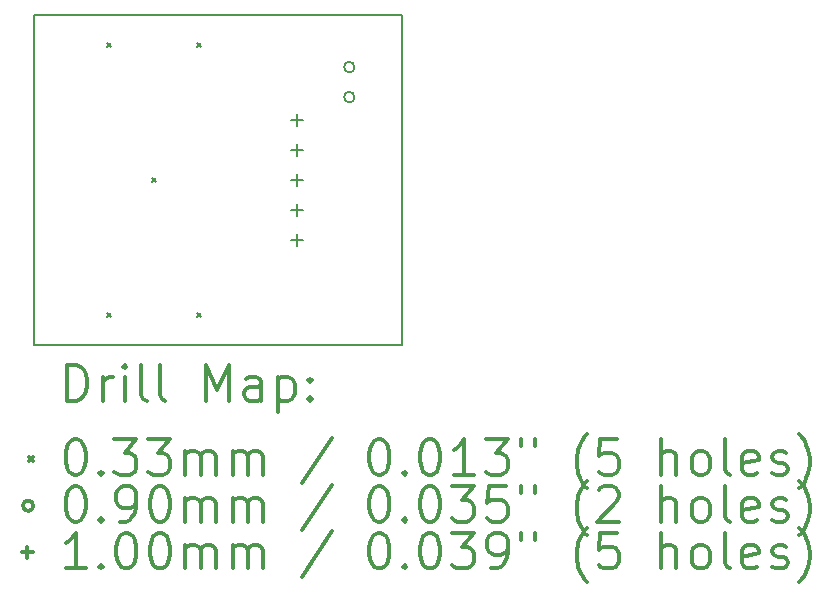
<source format=gbr>
%FSLAX45Y45*%
G04 Gerber Fmt 4.5, Leading zero omitted, Abs format (unit mm)*
G04 Created by KiCad (PCBNEW (5.1.5)-3) date 2019-12-28 19:55:43*
%MOMM*%
%LPD*%
G04 APERTURE LIST*
%TA.AperFunction,Profile*%
%ADD10C,0.150000*%
%TD*%
%ADD11C,0.200000*%
%ADD12C,0.300000*%
G04 APERTURE END LIST*
D10*
X17208500Y-7683500D02*
X14097000Y-7683500D01*
X17208500Y-10477500D02*
X17208500Y-7683500D01*
X14097000Y-10477500D02*
X17208500Y-10477500D01*
X14097000Y-7683500D02*
X14097000Y-10477500D01*
D11*
X14715490Y-7920990D02*
X14748510Y-7954010D01*
X14748510Y-7920990D02*
X14715490Y-7954010D01*
X14715490Y-10206990D02*
X14748510Y-10240010D01*
X14748510Y-10206990D02*
X14715490Y-10240010D01*
X15096490Y-9063990D02*
X15129510Y-9097010D01*
X15129510Y-9063990D02*
X15096490Y-9097010D01*
X15477490Y-7920990D02*
X15510510Y-7954010D01*
X15510510Y-7920990D02*
X15477490Y-7954010D01*
X15477490Y-10206990D02*
X15510510Y-10240010D01*
X15510510Y-10206990D02*
X15477490Y-10240010D01*
X16809000Y-8128000D02*
G75*
G03X16809000Y-8128000I-45000J0D01*
G01*
X16809000Y-8382000D02*
G75*
G03X16809000Y-8382000I-45000J0D01*
G01*
X16319500Y-8522500D02*
X16319500Y-8622500D01*
X16269500Y-8572500D02*
X16369500Y-8572500D01*
X16319500Y-8776500D02*
X16319500Y-8876500D01*
X16269500Y-8826500D02*
X16369500Y-8826500D01*
X16319500Y-9030500D02*
X16319500Y-9130500D01*
X16269500Y-9080500D02*
X16369500Y-9080500D01*
X16319500Y-9284500D02*
X16319500Y-9384500D01*
X16269500Y-9334500D02*
X16369500Y-9334500D01*
X16319500Y-9538500D02*
X16319500Y-9638500D01*
X16269500Y-9588500D02*
X16369500Y-9588500D01*
D12*
X14375928Y-10950714D02*
X14375928Y-10650714D01*
X14447357Y-10650714D01*
X14490214Y-10665000D01*
X14518786Y-10693572D01*
X14533071Y-10722143D01*
X14547357Y-10779286D01*
X14547357Y-10822143D01*
X14533071Y-10879286D01*
X14518786Y-10907857D01*
X14490214Y-10936429D01*
X14447357Y-10950714D01*
X14375928Y-10950714D01*
X14675928Y-10950714D02*
X14675928Y-10750714D01*
X14675928Y-10807857D02*
X14690214Y-10779286D01*
X14704500Y-10765000D01*
X14733071Y-10750714D01*
X14761643Y-10750714D01*
X14861643Y-10950714D02*
X14861643Y-10750714D01*
X14861643Y-10650714D02*
X14847357Y-10665000D01*
X14861643Y-10679286D01*
X14875928Y-10665000D01*
X14861643Y-10650714D01*
X14861643Y-10679286D01*
X15047357Y-10950714D02*
X15018786Y-10936429D01*
X15004500Y-10907857D01*
X15004500Y-10650714D01*
X15204500Y-10950714D02*
X15175928Y-10936429D01*
X15161643Y-10907857D01*
X15161643Y-10650714D01*
X15547357Y-10950714D02*
X15547357Y-10650714D01*
X15647357Y-10865000D01*
X15747357Y-10650714D01*
X15747357Y-10950714D01*
X16018786Y-10950714D02*
X16018786Y-10793572D01*
X16004500Y-10765000D01*
X15975928Y-10750714D01*
X15918786Y-10750714D01*
X15890214Y-10765000D01*
X16018786Y-10936429D02*
X15990214Y-10950714D01*
X15918786Y-10950714D01*
X15890214Y-10936429D01*
X15875928Y-10907857D01*
X15875928Y-10879286D01*
X15890214Y-10850714D01*
X15918786Y-10836429D01*
X15990214Y-10836429D01*
X16018786Y-10822143D01*
X16161643Y-10750714D02*
X16161643Y-11050714D01*
X16161643Y-10765000D02*
X16190214Y-10750714D01*
X16247357Y-10750714D01*
X16275928Y-10765000D01*
X16290214Y-10779286D01*
X16304500Y-10807857D01*
X16304500Y-10893572D01*
X16290214Y-10922143D01*
X16275928Y-10936429D01*
X16247357Y-10950714D01*
X16190214Y-10950714D01*
X16161643Y-10936429D01*
X16433071Y-10922143D02*
X16447357Y-10936429D01*
X16433071Y-10950714D01*
X16418786Y-10936429D01*
X16433071Y-10922143D01*
X16433071Y-10950714D01*
X16433071Y-10765000D02*
X16447357Y-10779286D01*
X16433071Y-10793572D01*
X16418786Y-10779286D01*
X16433071Y-10765000D01*
X16433071Y-10793572D01*
X14056480Y-11428490D02*
X14089500Y-11461510D01*
X14089500Y-11428490D02*
X14056480Y-11461510D01*
X14433071Y-11280714D02*
X14461643Y-11280714D01*
X14490214Y-11295000D01*
X14504500Y-11309286D01*
X14518786Y-11337857D01*
X14533071Y-11395000D01*
X14533071Y-11466429D01*
X14518786Y-11523571D01*
X14504500Y-11552143D01*
X14490214Y-11566429D01*
X14461643Y-11580714D01*
X14433071Y-11580714D01*
X14404500Y-11566429D01*
X14390214Y-11552143D01*
X14375928Y-11523571D01*
X14361643Y-11466429D01*
X14361643Y-11395000D01*
X14375928Y-11337857D01*
X14390214Y-11309286D01*
X14404500Y-11295000D01*
X14433071Y-11280714D01*
X14661643Y-11552143D02*
X14675928Y-11566429D01*
X14661643Y-11580714D01*
X14647357Y-11566429D01*
X14661643Y-11552143D01*
X14661643Y-11580714D01*
X14775928Y-11280714D02*
X14961643Y-11280714D01*
X14861643Y-11395000D01*
X14904500Y-11395000D01*
X14933071Y-11409286D01*
X14947357Y-11423571D01*
X14961643Y-11452143D01*
X14961643Y-11523571D01*
X14947357Y-11552143D01*
X14933071Y-11566429D01*
X14904500Y-11580714D01*
X14818786Y-11580714D01*
X14790214Y-11566429D01*
X14775928Y-11552143D01*
X15061643Y-11280714D02*
X15247357Y-11280714D01*
X15147357Y-11395000D01*
X15190214Y-11395000D01*
X15218786Y-11409286D01*
X15233071Y-11423571D01*
X15247357Y-11452143D01*
X15247357Y-11523571D01*
X15233071Y-11552143D01*
X15218786Y-11566429D01*
X15190214Y-11580714D01*
X15104500Y-11580714D01*
X15075928Y-11566429D01*
X15061643Y-11552143D01*
X15375928Y-11580714D02*
X15375928Y-11380714D01*
X15375928Y-11409286D02*
X15390214Y-11395000D01*
X15418786Y-11380714D01*
X15461643Y-11380714D01*
X15490214Y-11395000D01*
X15504500Y-11423571D01*
X15504500Y-11580714D01*
X15504500Y-11423571D02*
X15518786Y-11395000D01*
X15547357Y-11380714D01*
X15590214Y-11380714D01*
X15618786Y-11395000D01*
X15633071Y-11423571D01*
X15633071Y-11580714D01*
X15775928Y-11580714D02*
X15775928Y-11380714D01*
X15775928Y-11409286D02*
X15790214Y-11395000D01*
X15818786Y-11380714D01*
X15861643Y-11380714D01*
X15890214Y-11395000D01*
X15904500Y-11423571D01*
X15904500Y-11580714D01*
X15904500Y-11423571D02*
X15918786Y-11395000D01*
X15947357Y-11380714D01*
X15990214Y-11380714D01*
X16018786Y-11395000D01*
X16033071Y-11423571D01*
X16033071Y-11580714D01*
X16618786Y-11266429D02*
X16361643Y-11652143D01*
X17004500Y-11280714D02*
X17033071Y-11280714D01*
X17061643Y-11295000D01*
X17075928Y-11309286D01*
X17090214Y-11337857D01*
X17104500Y-11395000D01*
X17104500Y-11466429D01*
X17090214Y-11523571D01*
X17075928Y-11552143D01*
X17061643Y-11566429D01*
X17033071Y-11580714D01*
X17004500Y-11580714D01*
X16975928Y-11566429D01*
X16961643Y-11552143D01*
X16947357Y-11523571D01*
X16933071Y-11466429D01*
X16933071Y-11395000D01*
X16947357Y-11337857D01*
X16961643Y-11309286D01*
X16975928Y-11295000D01*
X17004500Y-11280714D01*
X17233071Y-11552143D02*
X17247357Y-11566429D01*
X17233071Y-11580714D01*
X17218786Y-11566429D01*
X17233071Y-11552143D01*
X17233071Y-11580714D01*
X17433071Y-11280714D02*
X17461643Y-11280714D01*
X17490214Y-11295000D01*
X17504500Y-11309286D01*
X17518786Y-11337857D01*
X17533071Y-11395000D01*
X17533071Y-11466429D01*
X17518786Y-11523571D01*
X17504500Y-11552143D01*
X17490214Y-11566429D01*
X17461643Y-11580714D01*
X17433071Y-11580714D01*
X17404500Y-11566429D01*
X17390214Y-11552143D01*
X17375928Y-11523571D01*
X17361643Y-11466429D01*
X17361643Y-11395000D01*
X17375928Y-11337857D01*
X17390214Y-11309286D01*
X17404500Y-11295000D01*
X17433071Y-11280714D01*
X17818786Y-11580714D02*
X17647357Y-11580714D01*
X17733071Y-11580714D02*
X17733071Y-11280714D01*
X17704500Y-11323571D01*
X17675928Y-11352143D01*
X17647357Y-11366429D01*
X17918786Y-11280714D02*
X18104500Y-11280714D01*
X18004500Y-11395000D01*
X18047357Y-11395000D01*
X18075928Y-11409286D01*
X18090214Y-11423571D01*
X18104500Y-11452143D01*
X18104500Y-11523571D01*
X18090214Y-11552143D01*
X18075928Y-11566429D01*
X18047357Y-11580714D01*
X17961643Y-11580714D01*
X17933071Y-11566429D01*
X17918786Y-11552143D01*
X18218786Y-11280714D02*
X18218786Y-11337857D01*
X18333071Y-11280714D02*
X18333071Y-11337857D01*
X18775928Y-11695000D02*
X18761643Y-11680714D01*
X18733071Y-11637857D01*
X18718786Y-11609286D01*
X18704500Y-11566429D01*
X18690214Y-11495000D01*
X18690214Y-11437857D01*
X18704500Y-11366429D01*
X18718786Y-11323571D01*
X18733071Y-11295000D01*
X18761643Y-11252143D01*
X18775928Y-11237857D01*
X19033071Y-11280714D02*
X18890214Y-11280714D01*
X18875928Y-11423571D01*
X18890214Y-11409286D01*
X18918786Y-11395000D01*
X18990214Y-11395000D01*
X19018786Y-11409286D01*
X19033071Y-11423571D01*
X19047357Y-11452143D01*
X19047357Y-11523571D01*
X19033071Y-11552143D01*
X19018786Y-11566429D01*
X18990214Y-11580714D01*
X18918786Y-11580714D01*
X18890214Y-11566429D01*
X18875928Y-11552143D01*
X19404500Y-11580714D02*
X19404500Y-11280714D01*
X19533071Y-11580714D02*
X19533071Y-11423571D01*
X19518786Y-11395000D01*
X19490214Y-11380714D01*
X19447357Y-11380714D01*
X19418786Y-11395000D01*
X19404500Y-11409286D01*
X19718786Y-11580714D02*
X19690214Y-11566429D01*
X19675928Y-11552143D01*
X19661643Y-11523571D01*
X19661643Y-11437857D01*
X19675928Y-11409286D01*
X19690214Y-11395000D01*
X19718786Y-11380714D01*
X19761643Y-11380714D01*
X19790214Y-11395000D01*
X19804500Y-11409286D01*
X19818786Y-11437857D01*
X19818786Y-11523571D01*
X19804500Y-11552143D01*
X19790214Y-11566429D01*
X19761643Y-11580714D01*
X19718786Y-11580714D01*
X19990214Y-11580714D02*
X19961643Y-11566429D01*
X19947357Y-11537857D01*
X19947357Y-11280714D01*
X20218786Y-11566429D02*
X20190214Y-11580714D01*
X20133071Y-11580714D01*
X20104500Y-11566429D01*
X20090214Y-11537857D01*
X20090214Y-11423571D01*
X20104500Y-11395000D01*
X20133071Y-11380714D01*
X20190214Y-11380714D01*
X20218786Y-11395000D01*
X20233071Y-11423571D01*
X20233071Y-11452143D01*
X20090214Y-11480714D01*
X20347357Y-11566429D02*
X20375928Y-11580714D01*
X20433071Y-11580714D01*
X20461643Y-11566429D01*
X20475928Y-11537857D01*
X20475928Y-11523571D01*
X20461643Y-11495000D01*
X20433071Y-11480714D01*
X20390214Y-11480714D01*
X20361643Y-11466429D01*
X20347357Y-11437857D01*
X20347357Y-11423571D01*
X20361643Y-11395000D01*
X20390214Y-11380714D01*
X20433071Y-11380714D01*
X20461643Y-11395000D01*
X20575928Y-11695000D02*
X20590214Y-11680714D01*
X20618786Y-11637857D01*
X20633071Y-11609286D01*
X20647357Y-11566429D01*
X20661643Y-11495000D01*
X20661643Y-11437857D01*
X20647357Y-11366429D01*
X20633071Y-11323571D01*
X20618786Y-11295000D01*
X20590214Y-11252143D01*
X20575928Y-11237857D01*
X14089500Y-11841000D02*
G75*
G03X14089500Y-11841000I-45000J0D01*
G01*
X14433071Y-11676714D02*
X14461643Y-11676714D01*
X14490214Y-11691000D01*
X14504500Y-11705286D01*
X14518786Y-11733857D01*
X14533071Y-11791000D01*
X14533071Y-11862429D01*
X14518786Y-11919571D01*
X14504500Y-11948143D01*
X14490214Y-11962429D01*
X14461643Y-11976714D01*
X14433071Y-11976714D01*
X14404500Y-11962429D01*
X14390214Y-11948143D01*
X14375928Y-11919571D01*
X14361643Y-11862429D01*
X14361643Y-11791000D01*
X14375928Y-11733857D01*
X14390214Y-11705286D01*
X14404500Y-11691000D01*
X14433071Y-11676714D01*
X14661643Y-11948143D02*
X14675928Y-11962429D01*
X14661643Y-11976714D01*
X14647357Y-11962429D01*
X14661643Y-11948143D01*
X14661643Y-11976714D01*
X14818786Y-11976714D02*
X14875928Y-11976714D01*
X14904500Y-11962429D01*
X14918786Y-11948143D01*
X14947357Y-11905286D01*
X14961643Y-11848143D01*
X14961643Y-11733857D01*
X14947357Y-11705286D01*
X14933071Y-11691000D01*
X14904500Y-11676714D01*
X14847357Y-11676714D01*
X14818786Y-11691000D01*
X14804500Y-11705286D01*
X14790214Y-11733857D01*
X14790214Y-11805286D01*
X14804500Y-11833857D01*
X14818786Y-11848143D01*
X14847357Y-11862429D01*
X14904500Y-11862429D01*
X14933071Y-11848143D01*
X14947357Y-11833857D01*
X14961643Y-11805286D01*
X15147357Y-11676714D02*
X15175928Y-11676714D01*
X15204500Y-11691000D01*
X15218786Y-11705286D01*
X15233071Y-11733857D01*
X15247357Y-11791000D01*
X15247357Y-11862429D01*
X15233071Y-11919571D01*
X15218786Y-11948143D01*
X15204500Y-11962429D01*
X15175928Y-11976714D01*
X15147357Y-11976714D01*
X15118786Y-11962429D01*
X15104500Y-11948143D01*
X15090214Y-11919571D01*
X15075928Y-11862429D01*
X15075928Y-11791000D01*
X15090214Y-11733857D01*
X15104500Y-11705286D01*
X15118786Y-11691000D01*
X15147357Y-11676714D01*
X15375928Y-11976714D02*
X15375928Y-11776714D01*
X15375928Y-11805286D02*
X15390214Y-11791000D01*
X15418786Y-11776714D01*
X15461643Y-11776714D01*
X15490214Y-11791000D01*
X15504500Y-11819571D01*
X15504500Y-11976714D01*
X15504500Y-11819571D02*
X15518786Y-11791000D01*
X15547357Y-11776714D01*
X15590214Y-11776714D01*
X15618786Y-11791000D01*
X15633071Y-11819571D01*
X15633071Y-11976714D01*
X15775928Y-11976714D02*
X15775928Y-11776714D01*
X15775928Y-11805286D02*
X15790214Y-11791000D01*
X15818786Y-11776714D01*
X15861643Y-11776714D01*
X15890214Y-11791000D01*
X15904500Y-11819571D01*
X15904500Y-11976714D01*
X15904500Y-11819571D02*
X15918786Y-11791000D01*
X15947357Y-11776714D01*
X15990214Y-11776714D01*
X16018786Y-11791000D01*
X16033071Y-11819571D01*
X16033071Y-11976714D01*
X16618786Y-11662429D02*
X16361643Y-12048143D01*
X17004500Y-11676714D02*
X17033071Y-11676714D01*
X17061643Y-11691000D01*
X17075928Y-11705286D01*
X17090214Y-11733857D01*
X17104500Y-11791000D01*
X17104500Y-11862429D01*
X17090214Y-11919571D01*
X17075928Y-11948143D01*
X17061643Y-11962429D01*
X17033071Y-11976714D01*
X17004500Y-11976714D01*
X16975928Y-11962429D01*
X16961643Y-11948143D01*
X16947357Y-11919571D01*
X16933071Y-11862429D01*
X16933071Y-11791000D01*
X16947357Y-11733857D01*
X16961643Y-11705286D01*
X16975928Y-11691000D01*
X17004500Y-11676714D01*
X17233071Y-11948143D02*
X17247357Y-11962429D01*
X17233071Y-11976714D01*
X17218786Y-11962429D01*
X17233071Y-11948143D01*
X17233071Y-11976714D01*
X17433071Y-11676714D02*
X17461643Y-11676714D01*
X17490214Y-11691000D01*
X17504500Y-11705286D01*
X17518786Y-11733857D01*
X17533071Y-11791000D01*
X17533071Y-11862429D01*
X17518786Y-11919571D01*
X17504500Y-11948143D01*
X17490214Y-11962429D01*
X17461643Y-11976714D01*
X17433071Y-11976714D01*
X17404500Y-11962429D01*
X17390214Y-11948143D01*
X17375928Y-11919571D01*
X17361643Y-11862429D01*
X17361643Y-11791000D01*
X17375928Y-11733857D01*
X17390214Y-11705286D01*
X17404500Y-11691000D01*
X17433071Y-11676714D01*
X17633071Y-11676714D02*
X17818786Y-11676714D01*
X17718786Y-11791000D01*
X17761643Y-11791000D01*
X17790214Y-11805286D01*
X17804500Y-11819571D01*
X17818786Y-11848143D01*
X17818786Y-11919571D01*
X17804500Y-11948143D01*
X17790214Y-11962429D01*
X17761643Y-11976714D01*
X17675928Y-11976714D01*
X17647357Y-11962429D01*
X17633071Y-11948143D01*
X18090214Y-11676714D02*
X17947357Y-11676714D01*
X17933071Y-11819571D01*
X17947357Y-11805286D01*
X17975928Y-11791000D01*
X18047357Y-11791000D01*
X18075928Y-11805286D01*
X18090214Y-11819571D01*
X18104500Y-11848143D01*
X18104500Y-11919571D01*
X18090214Y-11948143D01*
X18075928Y-11962429D01*
X18047357Y-11976714D01*
X17975928Y-11976714D01*
X17947357Y-11962429D01*
X17933071Y-11948143D01*
X18218786Y-11676714D02*
X18218786Y-11733857D01*
X18333071Y-11676714D02*
X18333071Y-11733857D01*
X18775928Y-12091000D02*
X18761643Y-12076714D01*
X18733071Y-12033857D01*
X18718786Y-12005286D01*
X18704500Y-11962429D01*
X18690214Y-11891000D01*
X18690214Y-11833857D01*
X18704500Y-11762429D01*
X18718786Y-11719571D01*
X18733071Y-11691000D01*
X18761643Y-11648143D01*
X18775928Y-11633857D01*
X18875928Y-11705286D02*
X18890214Y-11691000D01*
X18918786Y-11676714D01*
X18990214Y-11676714D01*
X19018786Y-11691000D01*
X19033071Y-11705286D01*
X19047357Y-11733857D01*
X19047357Y-11762429D01*
X19033071Y-11805286D01*
X18861643Y-11976714D01*
X19047357Y-11976714D01*
X19404500Y-11976714D02*
X19404500Y-11676714D01*
X19533071Y-11976714D02*
X19533071Y-11819571D01*
X19518786Y-11791000D01*
X19490214Y-11776714D01*
X19447357Y-11776714D01*
X19418786Y-11791000D01*
X19404500Y-11805286D01*
X19718786Y-11976714D02*
X19690214Y-11962429D01*
X19675928Y-11948143D01*
X19661643Y-11919571D01*
X19661643Y-11833857D01*
X19675928Y-11805286D01*
X19690214Y-11791000D01*
X19718786Y-11776714D01*
X19761643Y-11776714D01*
X19790214Y-11791000D01*
X19804500Y-11805286D01*
X19818786Y-11833857D01*
X19818786Y-11919571D01*
X19804500Y-11948143D01*
X19790214Y-11962429D01*
X19761643Y-11976714D01*
X19718786Y-11976714D01*
X19990214Y-11976714D02*
X19961643Y-11962429D01*
X19947357Y-11933857D01*
X19947357Y-11676714D01*
X20218786Y-11962429D02*
X20190214Y-11976714D01*
X20133071Y-11976714D01*
X20104500Y-11962429D01*
X20090214Y-11933857D01*
X20090214Y-11819571D01*
X20104500Y-11791000D01*
X20133071Y-11776714D01*
X20190214Y-11776714D01*
X20218786Y-11791000D01*
X20233071Y-11819571D01*
X20233071Y-11848143D01*
X20090214Y-11876714D01*
X20347357Y-11962429D02*
X20375928Y-11976714D01*
X20433071Y-11976714D01*
X20461643Y-11962429D01*
X20475928Y-11933857D01*
X20475928Y-11919571D01*
X20461643Y-11891000D01*
X20433071Y-11876714D01*
X20390214Y-11876714D01*
X20361643Y-11862429D01*
X20347357Y-11833857D01*
X20347357Y-11819571D01*
X20361643Y-11791000D01*
X20390214Y-11776714D01*
X20433071Y-11776714D01*
X20461643Y-11791000D01*
X20575928Y-12091000D02*
X20590214Y-12076714D01*
X20618786Y-12033857D01*
X20633071Y-12005286D01*
X20647357Y-11962429D01*
X20661643Y-11891000D01*
X20661643Y-11833857D01*
X20647357Y-11762429D01*
X20633071Y-11719571D01*
X20618786Y-11691000D01*
X20590214Y-11648143D01*
X20575928Y-11633857D01*
X14039500Y-12187000D02*
X14039500Y-12287000D01*
X13989500Y-12237000D02*
X14089500Y-12237000D01*
X14533071Y-12372714D02*
X14361643Y-12372714D01*
X14447357Y-12372714D02*
X14447357Y-12072714D01*
X14418786Y-12115571D01*
X14390214Y-12144143D01*
X14361643Y-12158429D01*
X14661643Y-12344143D02*
X14675928Y-12358429D01*
X14661643Y-12372714D01*
X14647357Y-12358429D01*
X14661643Y-12344143D01*
X14661643Y-12372714D01*
X14861643Y-12072714D02*
X14890214Y-12072714D01*
X14918786Y-12087000D01*
X14933071Y-12101286D01*
X14947357Y-12129857D01*
X14961643Y-12187000D01*
X14961643Y-12258429D01*
X14947357Y-12315571D01*
X14933071Y-12344143D01*
X14918786Y-12358429D01*
X14890214Y-12372714D01*
X14861643Y-12372714D01*
X14833071Y-12358429D01*
X14818786Y-12344143D01*
X14804500Y-12315571D01*
X14790214Y-12258429D01*
X14790214Y-12187000D01*
X14804500Y-12129857D01*
X14818786Y-12101286D01*
X14833071Y-12087000D01*
X14861643Y-12072714D01*
X15147357Y-12072714D02*
X15175928Y-12072714D01*
X15204500Y-12087000D01*
X15218786Y-12101286D01*
X15233071Y-12129857D01*
X15247357Y-12187000D01*
X15247357Y-12258429D01*
X15233071Y-12315571D01*
X15218786Y-12344143D01*
X15204500Y-12358429D01*
X15175928Y-12372714D01*
X15147357Y-12372714D01*
X15118786Y-12358429D01*
X15104500Y-12344143D01*
X15090214Y-12315571D01*
X15075928Y-12258429D01*
X15075928Y-12187000D01*
X15090214Y-12129857D01*
X15104500Y-12101286D01*
X15118786Y-12087000D01*
X15147357Y-12072714D01*
X15375928Y-12372714D02*
X15375928Y-12172714D01*
X15375928Y-12201286D02*
X15390214Y-12187000D01*
X15418786Y-12172714D01*
X15461643Y-12172714D01*
X15490214Y-12187000D01*
X15504500Y-12215571D01*
X15504500Y-12372714D01*
X15504500Y-12215571D02*
X15518786Y-12187000D01*
X15547357Y-12172714D01*
X15590214Y-12172714D01*
X15618786Y-12187000D01*
X15633071Y-12215571D01*
X15633071Y-12372714D01*
X15775928Y-12372714D02*
X15775928Y-12172714D01*
X15775928Y-12201286D02*
X15790214Y-12187000D01*
X15818786Y-12172714D01*
X15861643Y-12172714D01*
X15890214Y-12187000D01*
X15904500Y-12215571D01*
X15904500Y-12372714D01*
X15904500Y-12215571D02*
X15918786Y-12187000D01*
X15947357Y-12172714D01*
X15990214Y-12172714D01*
X16018786Y-12187000D01*
X16033071Y-12215571D01*
X16033071Y-12372714D01*
X16618786Y-12058429D02*
X16361643Y-12444143D01*
X17004500Y-12072714D02*
X17033071Y-12072714D01*
X17061643Y-12087000D01*
X17075928Y-12101286D01*
X17090214Y-12129857D01*
X17104500Y-12187000D01*
X17104500Y-12258429D01*
X17090214Y-12315571D01*
X17075928Y-12344143D01*
X17061643Y-12358429D01*
X17033071Y-12372714D01*
X17004500Y-12372714D01*
X16975928Y-12358429D01*
X16961643Y-12344143D01*
X16947357Y-12315571D01*
X16933071Y-12258429D01*
X16933071Y-12187000D01*
X16947357Y-12129857D01*
X16961643Y-12101286D01*
X16975928Y-12087000D01*
X17004500Y-12072714D01*
X17233071Y-12344143D02*
X17247357Y-12358429D01*
X17233071Y-12372714D01*
X17218786Y-12358429D01*
X17233071Y-12344143D01*
X17233071Y-12372714D01*
X17433071Y-12072714D02*
X17461643Y-12072714D01*
X17490214Y-12087000D01*
X17504500Y-12101286D01*
X17518786Y-12129857D01*
X17533071Y-12187000D01*
X17533071Y-12258429D01*
X17518786Y-12315571D01*
X17504500Y-12344143D01*
X17490214Y-12358429D01*
X17461643Y-12372714D01*
X17433071Y-12372714D01*
X17404500Y-12358429D01*
X17390214Y-12344143D01*
X17375928Y-12315571D01*
X17361643Y-12258429D01*
X17361643Y-12187000D01*
X17375928Y-12129857D01*
X17390214Y-12101286D01*
X17404500Y-12087000D01*
X17433071Y-12072714D01*
X17633071Y-12072714D02*
X17818786Y-12072714D01*
X17718786Y-12187000D01*
X17761643Y-12187000D01*
X17790214Y-12201286D01*
X17804500Y-12215571D01*
X17818786Y-12244143D01*
X17818786Y-12315571D01*
X17804500Y-12344143D01*
X17790214Y-12358429D01*
X17761643Y-12372714D01*
X17675928Y-12372714D01*
X17647357Y-12358429D01*
X17633071Y-12344143D01*
X17961643Y-12372714D02*
X18018786Y-12372714D01*
X18047357Y-12358429D01*
X18061643Y-12344143D01*
X18090214Y-12301286D01*
X18104500Y-12244143D01*
X18104500Y-12129857D01*
X18090214Y-12101286D01*
X18075928Y-12087000D01*
X18047357Y-12072714D01*
X17990214Y-12072714D01*
X17961643Y-12087000D01*
X17947357Y-12101286D01*
X17933071Y-12129857D01*
X17933071Y-12201286D01*
X17947357Y-12229857D01*
X17961643Y-12244143D01*
X17990214Y-12258429D01*
X18047357Y-12258429D01*
X18075928Y-12244143D01*
X18090214Y-12229857D01*
X18104500Y-12201286D01*
X18218786Y-12072714D02*
X18218786Y-12129857D01*
X18333071Y-12072714D02*
X18333071Y-12129857D01*
X18775928Y-12487000D02*
X18761643Y-12472714D01*
X18733071Y-12429857D01*
X18718786Y-12401286D01*
X18704500Y-12358429D01*
X18690214Y-12287000D01*
X18690214Y-12229857D01*
X18704500Y-12158429D01*
X18718786Y-12115571D01*
X18733071Y-12087000D01*
X18761643Y-12044143D01*
X18775928Y-12029857D01*
X19033071Y-12072714D02*
X18890214Y-12072714D01*
X18875928Y-12215571D01*
X18890214Y-12201286D01*
X18918786Y-12187000D01*
X18990214Y-12187000D01*
X19018786Y-12201286D01*
X19033071Y-12215571D01*
X19047357Y-12244143D01*
X19047357Y-12315571D01*
X19033071Y-12344143D01*
X19018786Y-12358429D01*
X18990214Y-12372714D01*
X18918786Y-12372714D01*
X18890214Y-12358429D01*
X18875928Y-12344143D01*
X19404500Y-12372714D02*
X19404500Y-12072714D01*
X19533071Y-12372714D02*
X19533071Y-12215571D01*
X19518786Y-12187000D01*
X19490214Y-12172714D01*
X19447357Y-12172714D01*
X19418786Y-12187000D01*
X19404500Y-12201286D01*
X19718786Y-12372714D02*
X19690214Y-12358429D01*
X19675928Y-12344143D01*
X19661643Y-12315571D01*
X19661643Y-12229857D01*
X19675928Y-12201286D01*
X19690214Y-12187000D01*
X19718786Y-12172714D01*
X19761643Y-12172714D01*
X19790214Y-12187000D01*
X19804500Y-12201286D01*
X19818786Y-12229857D01*
X19818786Y-12315571D01*
X19804500Y-12344143D01*
X19790214Y-12358429D01*
X19761643Y-12372714D01*
X19718786Y-12372714D01*
X19990214Y-12372714D02*
X19961643Y-12358429D01*
X19947357Y-12329857D01*
X19947357Y-12072714D01*
X20218786Y-12358429D02*
X20190214Y-12372714D01*
X20133071Y-12372714D01*
X20104500Y-12358429D01*
X20090214Y-12329857D01*
X20090214Y-12215571D01*
X20104500Y-12187000D01*
X20133071Y-12172714D01*
X20190214Y-12172714D01*
X20218786Y-12187000D01*
X20233071Y-12215571D01*
X20233071Y-12244143D01*
X20090214Y-12272714D01*
X20347357Y-12358429D02*
X20375928Y-12372714D01*
X20433071Y-12372714D01*
X20461643Y-12358429D01*
X20475928Y-12329857D01*
X20475928Y-12315571D01*
X20461643Y-12287000D01*
X20433071Y-12272714D01*
X20390214Y-12272714D01*
X20361643Y-12258429D01*
X20347357Y-12229857D01*
X20347357Y-12215571D01*
X20361643Y-12187000D01*
X20390214Y-12172714D01*
X20433071Y-12172714D01*
X20461643Y-12187000D01*
X20575928Y-12487000D02*
X20590214Y-12472714D01*
X20618786Y-12429857D01*
X20633071Y-12401286D01*
X20647357Y-12358429D01*
X20661643Y-12287000D01*
X20661643Y-12229857D01*
X20647357Y-12158429D01*
X20633071Y-12115571D01*
X20618786Y-12087000D01*
X20590214Y-12044143D01*
X20575928Y-12029857D01*
M02*

</source>
